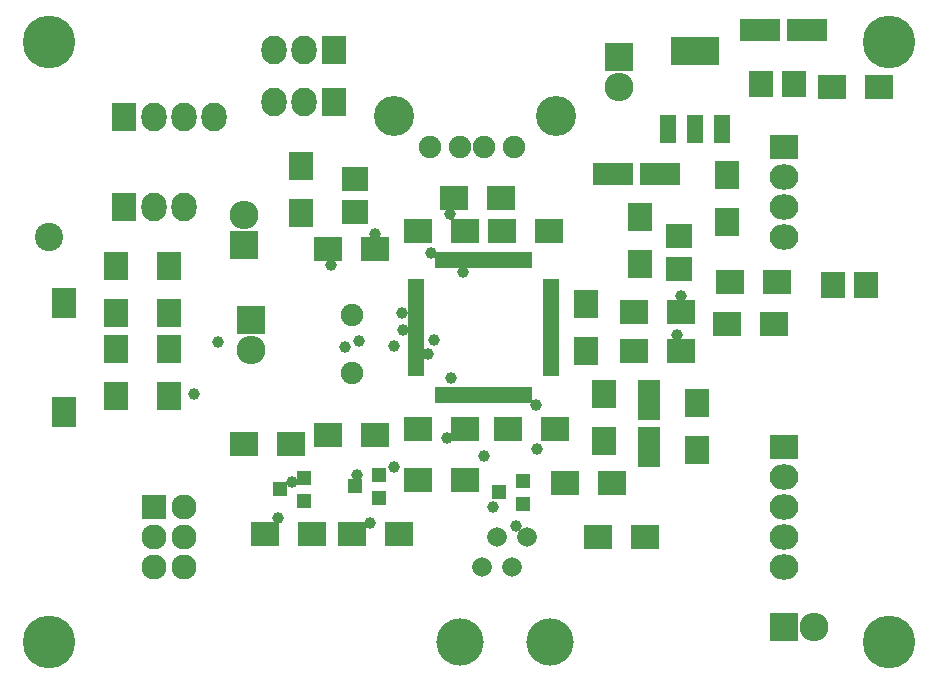
<source format=gts>
%TF.GenerationSoftware,KiCad,Pcbnew,4.0.2+dfsg1-stable*%
%TF.CreationDate,2019-04-18T17:58:59+02:00*%
%TF.ProjectId,StandAlone-Adapter,5374616E64416C6F6E652D4164617074,rev?*%
%TF.FileFunction,Soldermask,Top*%
%FSLAX46Y46*%
G04 Gerber Fmt 4.6, Leading zero omitted, Abs format (unit mm)*
G04 Created by KiCad (PCBNEW 4.0.2+dfsg1-stable) date gio 18 apr 2019 17:58:59 CEST*
%MOMM*%
G01*
G04 APERTURE LIST*
%ADD10C,0.100000*%
%ADD11R,1.400000X0.650000*%
%ADD12R,0.650000X1.400000*%
%ADD13C,4.464000*%
%ADD14R,4.057600X2.432000*%
%ADD15R,1.416000X2.432000*%
%ADD16C,2.398980*%
%ADD17R,1.200100X1.200100*%
%ADD18C,1.670000*%
%ADD19C,4.000000*%
%ADD20R,1.997660X2.200860*%
%ADD21R,2.200860X1.997660*%
%ADD22R,2.400000X2.100000*%
%ADD23R,2.100000X2.400000*%
%ADD24C,1.901140*%
%ADD25C,3.399740*%
%ADD26C,1.900000*%
%ADD27R,2.400000X2.000000*%
%ADD28R,2.000000X2.400000*%
%ADD29R,2.127200X2.432000*%
%ADD30O,2.127200X2.432000*%
%ADD31R,2.432000X2.432000*%
%ADD32O,2.432000X2.432000*%
%ADD33R,2.000000X2.580000*%
%ADD34R,2.432000X2.127200*%
%ADD35O,2.432000X2.127200*%
%ADD36R,2.127200X2.127200*%
%ADD37O,2.127200X2.127200*%
%ADD38R,3.399740X1.901140*%
%ADD39R,1.901140X3.399740*%
%ADD40C,1.000000*%
G04 APERTURE END LIST*
D10*
D11*
X144160000Y-90230000D03*
X144160000Y-90730000D03*
X144160000Y-91230000D03*
X144160000Y-91730000D03*
X144160000Y-92230000D03*
X144160000Y-92730000D03*
X144160000Y-93230000D03*
X144160000Y-93730000D03*
X144160000Y-94230000D03*
X144160000Y-94730000D03*
X144160000Y-95230000D03*
X144160000Y-95730000D03*
X144160000Y-96230000D03*
X144160000Y-96730000D03*
X144160000Y-97230000D03*
X144160000Y-97730000D03*
D12*
X146110000Y-99680000D03*
X146610000Y-99680000D03*
X147110000Y-99680000D03*
X147610000Y-99680000D03*
X148110000Y-99680000D03*
X148610000Y-99680000D03*
X149110000Y-99680000D03*
X149610000Y-99680000D03*
X150110000Y-99680000D03*
X150610000Y-99680000D03*
X151110000Y-99680000D03*
X151610000Y-99680000D03*
X152110000Y-99680000D03*
X152610000Y-99680000D03*
X153110000Y-99680000D03*
X153610000Y-99680000D03*
D11*
X155560000Y-97730000D03*
X155560000Y-97230000D03*
X155560000Y-96730000D03*
X155560000Y-96230000D03*
X155560000Y-95730000D03*
X155560000Y-95230000D03*
X155560000Y-94730000D03*
X155560000Y-94230000D03*
X155560000Y-93730000D03*
X155560000Y-93230000D03*
X155560000Y-92730000D03*
X155560000Y-92230000D03*
X155560000Y-91730000D03*
X155560000Y-91230000D03*
X155560000Y-90730000D03*
X155560000Y-90230000D03*
D12*
X153610000Y-88280000D03*
X153110000Y-88280000D03*
X152610000Y-88280000D03*
X152110000Y-88280000D03*
X151610000Y-88280000D03*
X151110000Y-88280000D03*
X150610000Y-88280000D03*
X150110000Y-88280000D03*
X149610000Y-88280000D03*
X149110000Y-88280000D03*
X148610000Y-88280000D03*
X148110000Y-88280000D03*
X147610000Y-88280000D03*
X147110000Y-88280000D03*
X146610000Y-88280000D03*
X146110000Y-88280000D03*
D13*
X113030000Y-120650000D03*
X184150000Y-120650000D03*
X184150000Y-69850000D03*
X113030000Y-69850000D03*
D14*
X167767000Y-70612000D03*
D15*
X167767000Y-77216000D03*
X170053000Y-77216000D03*
X165481000Y-77216000D03*
D16*
X113030000Y-86360000D03*
D17*
X134604760Y-108646000D03*
X134604760Y-106746000D03*
X132605780Y-107696000D03*
X140954760Y-108392000D03*
X140954760Y-106492000D03*
X138955780Y-107442000D03*
X153146760Y-108900000D03*
X153146760Y-107000000D03*
X151147780Y-107950000D03*
D18*
X152285000Y-114290000D03*
X149745000Y-114290000D03*
X153555000Y-111760000D03*
D19*
X155460000Y-120640000D03*
X147840000Y-120640000D03*
D18*
X151015000Y-111760000D03*
D20*
X176171860Y-73406000D03*
X173332140Y-73406000D03*
D21*
X166370000Y-89049860D03*
X166370000Y-86210140D03*
D20*
X179428140Y-90424000D03*
X182267860Y-90424000D03*
D21*
X138938000Y-81384140D03*
X138938000Y-84223860D03*
D22*
X183356000Y-73660000D03*
X179356000Y-73660000D03*
D23*
X163068000Y-84614000D03*
X163068000Y-88614000D03*
X123190000Y-99790000D03*
X123190000Y-95790000D03*
X123190000Y-92805000D03*
X123190000Y-88805000D03*
X118745000Y-92805000D03*
X118745000Y-88805000D03*
D22*
X170466000Y-93726000D03*
X174466000Y-93726000D03*
X160750000Y-107188000D03*
X156750000Y-107188000D03*
X163544000Y-111760000D03*
X159544000Y-111760000D03*
X148304000Y-106934000D03*
X144304000Y-106934000D03*
X142716000Y-111506000D03*
X138716000Y-111506000D03*
X135350000Y-111506000D03*
X131350000Y-111506000D03*
X129572000Y-103886000D03*
X133572000Y-103886000D03*
D23*
X134366000Y-84296000D03*
X134366000Y-80296000D03*
D24*
X145287140Y-78742120D03*
X147827140Y-78742120D03*
X149859140Y-78742120D03*
X152399140Y-78742120D03*
D25*
X142239140Y-76075120D03*
X155955140Y-76075120D03*
D26*
X138684000Y-92964000D03*
X138684000Y-97844000D03*
D27*
X155416000Y-85852000D03*
X151416000Y-85852000D03*
X144304000Y-85852000D03*
X148304000Y-85852000D03*
X144304000Y-102616000D03*
X148304000Y-102616000D03*
D28*
X158496000Y-91980000D03*
X158496000Y-95980000D03*
D27*
X136684000Y-103124000D03*
X140684000Y-103124000D03*
X136684000Y-87376000D03*
X140684000Y-87376000D03*
D29*
X119380000Y-76200000D03*
D30*
X121920000Y-76200000D03*
X124460000Y-76200000D03*
X127000000Y-76200000D03*
D29*
X119380000Y-83820000D03*
D30*
X121920000Y-83820000D03*
X124460000Y-83820000D03*
D31*
X129540000Y-86995000D03*
D32*
X129540000Y-84455000D03*
D29*
X137160000Y-70485000D03*
D30*
X134620000Y-70485000D03*
X132080000Y-70485000D03*
D33*
X114300000Y-101110000D03*
X114300000Y-91930000D03*
D31*
X161290000Y-71120000D03*
D32*
X161290000Y-73660000D03*
D34*
X175260000Y-78740000D03*
D35*
X175260000Y-81280000D03*
X175260000Y-83820000D03*
X175260000Y-86360000D03*
D34*
X175260000Y-104140000D03*
D35*
X175260000Y-106680000D03*
X175260000Y-109220000D03*
X175260000Y-111760000D03*
X175260000Y-114300000D03*
D31*
X175260000Y-119380000D03*
D32*
X177800000Y-119380000D03*
D31*
X130175000Y-93345000D03*
D32*
X130175000Y-95885000D03*
D36*
X121920000Y-109220000D03*
D37*
X124460000Y-109220000D03*
X121920000Y-111760000D03*
X124460000Y-111760000D03*
X121920000Y-114300000D03*
X124460000Y-114300000D03*
D29*
X137160000Y-74930000D03*
D30*
X134620000Y-74930000D03*
X132080000Y-74930000D03*
D28*
X170434000Y-81058000D03*
X170434000Y-85058000D03*
X160020000Y-99600000D03*
X160020000Y-103600000D03*
X118745000Y-95790000D03*
X118745000Y-99790000D03*
X167894000Y-100362000D03*
X167894000Y-104362000D03*
D27*
X174720000Y-90170000D03*
X170720000Y-90170000D03*
D22*
X147352000Y-83058000D03*
X151352000Y-83058000D03*
X155924000Y-102616000D03*
X151924000Y-102616000D03*
X162592000Y-92710000D03*
X166592000Y-92710000D03*
X162592000Y-96012000D03*
X166592000Y-96012000D03*
D38*
X173261020Y-68834000D03*
X177258980Y-68834000D03*
X160815020Y-81026000D03*
X164812980Y-81026000D03*
D39*
X163830000Y-104106980D03*
X163830000Y-100109020D03*
D40*
X150618600Y-109234600D03*
X152560700Y-110799600D03*
X154363500Y-104248400D03*
X154250500Y-100585300D03*
X140684000Y-86068300D03*
X145169000Y-96230000D03*
X147110000Y-98283700D03*
X145411200Y-87659500D03*
X136896100Y-88700800D03*
X142963500Y-92774600D03*
X140249200Y-110540800D03*
X139131500Y-106521900D03*
X149925000Y-104859200D03*
X145640200Y-95079900D03*
X142277500Y-105770600D03*
X143061800Y-94230000D03*
X133605300Y-107060000D03*
X142266400Y-95548800D03*
X132448500Y-110134100D03*
X139334700Y-95136400D03*
X127347500Y-95255100D03*
X138117300Y-95676700D03*
X146778100Y-103357200D03*
X125341000Y-99656900D03*
X146990000Y-84419700D03*
X148109900Y-89331300D03*
X166592000Y-91344300D03*
X166196700Y-94648800D03*
M02*

</source>
